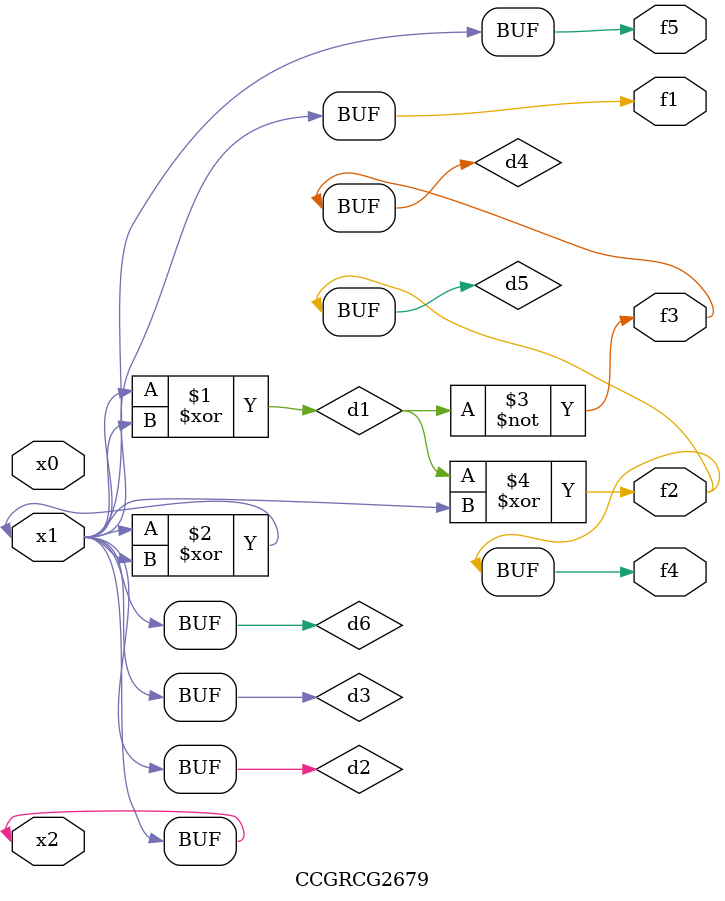
<source format=v>
module CCGRCG2679(
	input x0, x1, x2,
	output f1, f2, f3, f4, f5
);

	wire d1, d2, d3, d4, d5, d6;

	xor (d1, x1, x2);
	buf (d2, x1, x2);
	xor (d3, x1, x2);
	nor (d4, d1);
	xor (d5, d1, d2);
	buf (d6, d2, d3);
	assign f1 = d6;
	assign f2 = d5;
	assign f3 = d4;
	assign f4 = d5;
	assign f5 = d6;
endmodule

</source>
